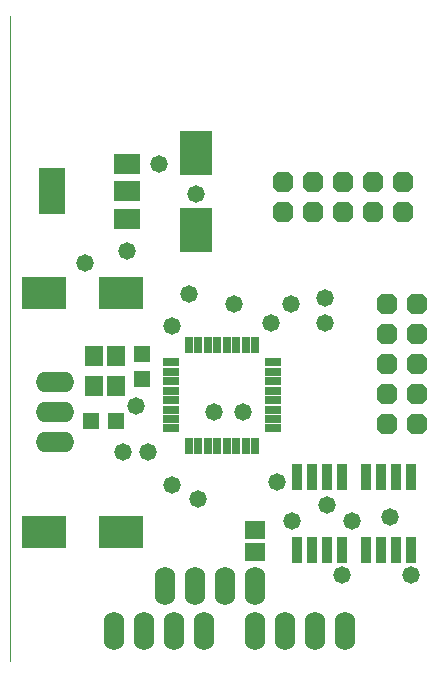
<source format=gts>
%FSLAX44Y44*%
%MOMM*%
G71*
G01*
G75*
G04 Layer_Color=8388736*
%ADD10R,1.6002X1.3208*%
%ADD11R,2.0066X3.8100*%
%ADD12R,2.0066X1.5240*%
%ADD13R,1.2192X1.2192*%
%ADD14R,0.6604X2.0320*%
%ADD15R,3.5052X2.5146*%
%ADD16R,1.2192X1.2192*%
%ADD17R,1.3208X1.6002*%
%ADD18R,2.5146X3.5052*%
%ADD19R,1.2700X0.5588*%
%ADD20R,0.5588X1.2700*%
%ADD21C,0.4060*%
%ADD22C,0.4064*%
%ADD23C,0.3048*%
%ADD24C,0.3050*%
%ADD25C,0.8128*%
%ADD26C,0.0000*%
G04:AMPARAMS|DCode=27|XSize=1.524mm|YSize=1.524mm|CornerRadius=0mm|HoleSize=0mm|Usage=FLASHONLY|Rotation=270.000|XOffset=0mm|YOffset=0mm|HoleType=Round|Shape=Octagon|*
%AMOCTAGOND27*
4,1,8,-0.3810,-0.7620,0.3810,-0.7620,0.7620,-0.3810,0.7620,0.3810,0.3810,0.7620,-0.3810,0.7620,-0.7620,0.3810,-0.7620,-0.3810,-0.3810,-0.7620,0.0*
%
%ADD27OCTAGOND27*%

%ADD28O,1.5240X3.0480*%
%ADD29O,3.0480X1.5240*%
G04:AMPARAMS|DCode=30|XSize=1.524mm|YSize=1.524mm|CornerRadius=0mm|HoleSize=0mm|Usage=FLASHONLY|Rotation=0.000|XOffset=0mm|YOffset=0mm|HoleType=Round|Shape=Octagon|*
%AMOCTAGOND30*
4,1,8,0.7620,-0.3810,0.7620,0.3810,0.3810,0.7620,-0.3810,0.7620,-0.7620,0.3810,-0.7620,-0.3810,-0.3810,-0.7620,0.3810,-0.7620,0.7620,-0.3810,0.0*
%
%ADD30OCTAGOND30*%

%ADD31C,1.2700*%
%ADD32R,1.2192X0.8128*%
%ADD33R,2.7432X2.1590*%
%ADD34R,1.0160X1.2192*%
%ADD35R,1.0160X1.5240*%
%ADD36R,0.8128X1.2192*%
%ADD37C,0.6096*%
%ADD38C,0.1524*%
%ADD39C,0.2032*%
%ADD40C,0.0508*%
%ADD41C,0.0518*%
%ADD42C,0.0648*%
%ADD43C,0.2540*%
%ADD44R,0.2016X0.2032*%
%ADD45R,1.2700X1.9050*%
%ADD46R,0.7620X1.7780*%
%ADD47R,1.2700X0.7620*%
%ADD48R,0.2032X0.2016*%
%ADD49R,1.8034X1.5240*%
%ADD50R,2.2098X4.0132*%
%ADD51R,2.2098X1.7272*%
%ADD52R,1.4224X1.4224*%
%ADD53R,0.8636X2.2352*%
%ADD54R,3.7084X2.7178*%
%ADD55R,1.4224X1.4224*%
%ADD56R,1.5240X1.8034*%
%ADD57R,2.7178X3.7084*%
%ADD58R,1.4732X0.7620*%
%ADD59R,0.7620X1.4732*%
G04:AMPARAMS|DCode=60|XSize=1.7272mm|YSize=1.7272mm|CornerRadius=0mm|HoleSize=0mm|Usage=FLASHONLY|Rotation=270.000|XOffset=0mm|YOffset=0mm|HoleType=Round|Shape=Octagon|*
%AMOCTAGOND60*
4,1,8,-0.4318,-0.8636,0.4318,-0.8636,0.8636,-0.4318,0.8636,0.4318,0.4318,0.8636,-0.4318,0.8636,-0.8636,0.4318,-0.8636,-0.4318,-0.4318,-0.8636,0.0*
%
%ADD60OCTAGOND60*%

%ADD61O,1.7272X3.2512*%
%ADD62O,3.2512X1.7272*%
G04:AMPARAMS|DCode=63|XSize=1.7272mm|YSize=1.7272mm|CornerRadius=0mm|HoleSize=0mm|Usage=FLASHONLY|Rotation=0.000|XOffset=0mm|YOffset=0mm|HoleType=Round|Shape=Octagon|*
%AMOCTAGOND63*
4,1,8,0.8636,-0.4318,0.8636,0.4318,0.4318,0.8636,-0.4318,0.8636,-0.8636,0.4318,-0.8636,-0.4318,-0.4318,-0.8636,0.4318,-0.8636,0.8636,-0.4318,0.0*
%
%ADD63OCTAGOND63*%

%ADD64C,1.4732*%
D26*
Y546100D01*
D49*
X207010Y91948D02*
D03*
Y111100D02*
D03*
D50*
X35560Y397510D02*
D03*
D51*
X98810Y420624D02*
D03*
Y397510D02*
D03*
Y374510D02*
D03*
D52*
X111760Y259420D02*
D03*
Y238252D02*
D03*
D53*
X338801Y155714D02*
D03*
Y94246D02*
D03*
X326101Y155714D02*
D03*
X313401D02*
D03*
X326101Y94246D02*
D03*
X313401D02*
D03*
X300701Y155714D02*
D03*
Y94246D02*
D03*
X280381Y155714D02*
D03*
Y94246D02*
D03*
X267681Y155714D02*
D03*
X254981D02*
D03*
X267681Y94246D02*
D03*
X254981D02*
D03*
X242281Y155714D02*
D03*
Y94246D02*
D03*
D54*
X93472Y109220D02*
D03*
X28460D02*
D03*
X28448Y311150D02*
D03*
X93460D02*
D03*
D55*
X89240Y203200D02*
D03*
X68072D02*
D03*
D56*
X89662Y232410D02*
D03*
X70510D02*
D03*
X89662Y257810D02*
D03*
X70510D02*
D03*
D57*
X157480Y364998D02*
D03*
Y430010D02*
D03*
D58*
X136144Y196790D02*
D03*
Y204790D02*
D03*
Y212790D02*
D03*
Y220790D02*
D03*
Y228854D02*
D03*
Y236982D02*
D03*
Y244856D02*
D03*
Y252984D02*
D03*
X221996D02*
D03*
Y244856D02*
D03*
Y236982D02*
D03*
Y228854D02*
D03*
Y220790D02*
D03*
Y212790D02*
D03*
Y204790D02*
D03*
Y196790D02*
D03*
D59*
X150876Y267716D02*
D03*
X159004D02*
D03*
X166878D02*
D03*
X175006D02*
D03*
X183070D02*
D03*
X191070D02*
D03*
X199070D02*
D03*
X207070D02*
D03*
Y181864D02*
D03*
X199070D02*
D03*
X191070D02*
D03*
X183070D02*
D03*
X175006D02*
D03*
X166878D02*
D03*
X159004D02*
D03*
X150876D02*
D03*
D60*
X318770Y302260D02*
D03*
Y276860D02*
D03*
Y251460D02*
D03*
Y226060D02*
D03*
Y200660D02*
D03*
X344170Y302260D02*
D03*
Y276860D02*
D03*
Y251460D02*
D03*
Y226060D02*
D03*
Y200660D02*
D03*
D61*
X207010Y63500D02*
D03*
X181610D02*
D03*
X156210D02*
D03*
X130810D02*
D03*
X207010Y25400D02*
D03*
X232410D02*
D03*
X257810D02*
D03*
X283210D02*
D03*
X87630D02*
D03*
X113030D02*
D03*
X138430D02*
D03*
X163830D02*
D03*
D62*
X38100Y236220D02*
D03*
Y210820D02*
D03*
Y185420D02*
D03*
D63*
X332740Y405130D02*
D03*
Y379730D02*
D03*
X307340Y405130D02*
D03*
Y379730D02*
D03*
X281940Y405130D02*
D03*
Y379730D02*
D03*
X256540Y405130D02*
D03*
Y379730D02*
D03*
X231140Y405130D02*
D03*
Y379730D02*
D03*
D64*
X196850Y210820D02*
D03*
X172720D02*
D03*
X189230Y302260D02*
D03*
X220980Y285750D02*
D03*
X237490Y302260D02*
D03*
X266700Y285750D02*
D03*
Y307340D02*
D03*
X106680Y215900D02*
D03*
X116840Y176530D02*
D03*
X95250D02*
D03*
X158750Y137160D02*
D03*
X137160Y148590D02*
D03*
X150876Y310896D02*
D03*
X137160Y283210D02*
D03*
X157480Y394970D02*
D03*
X98810Y346960D02*
D03*
X289560Y118110D02*
D03*
X238760D02*
D03*
X226060Y151130D02*
D03*
X267970Y132080D02*
D03*
X321310Y121920D02*
D03*
X339090Y72390D02*
D03*
X280670D02*
D03*
X125730Y420370D02*
D03*
X63500Y336550D02*
D03*
M02*

</source>
